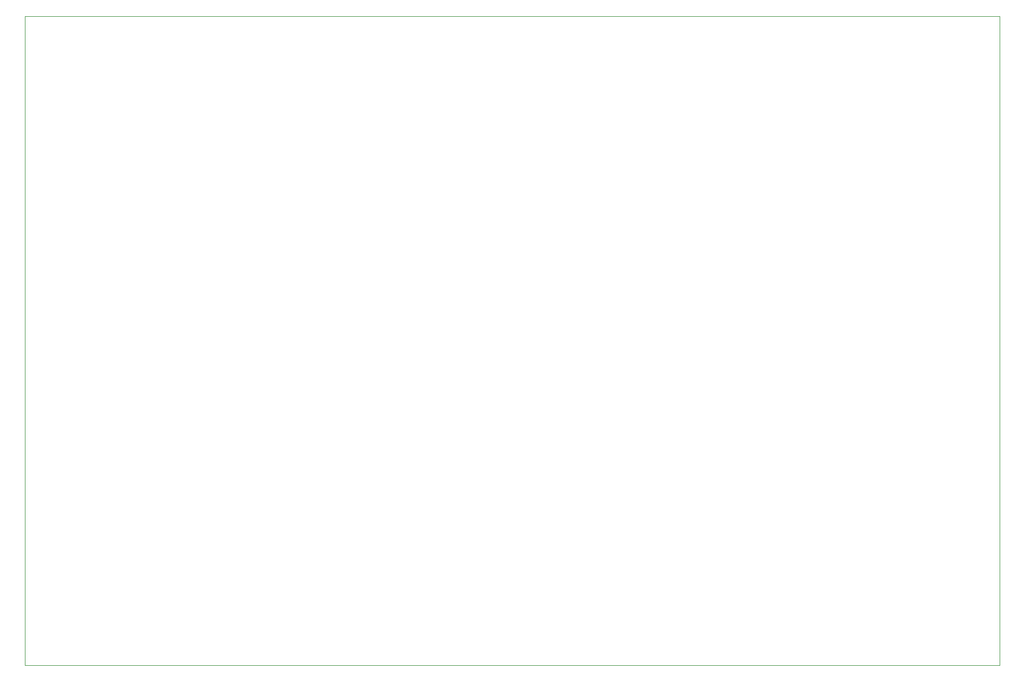
<source format=gbr>
G04 #@! TF.FileFunction,Profile,NP*
%FSLAX46Y46*%
G04 Gerber Fmt 4.6, Leading zero omitted, Abs format (unit mm)*
G04 Created by KiCad (PCBNEW 4.0.7-e2-6376~58~ubuntu16.04.1) date Tue Apr 16 15:45:19 2019*
%MOMM*%
%LPD*%
G01*
G04 APERTURE LIST*
%ADD10C,0.100000*%
G04 APERTURE END LIST*
D10*
X76200000Y-152400000D02*
X76200000Y-50800000D01*
X228600000Y-152400000D02*
X76200000Y-152400000D01*
X228600000Y-50800000D02*
X228600000Y-152400000D01*
X76200000Y-50800000D02*
X228600000Y-50800000D01*
M02*

</source>
